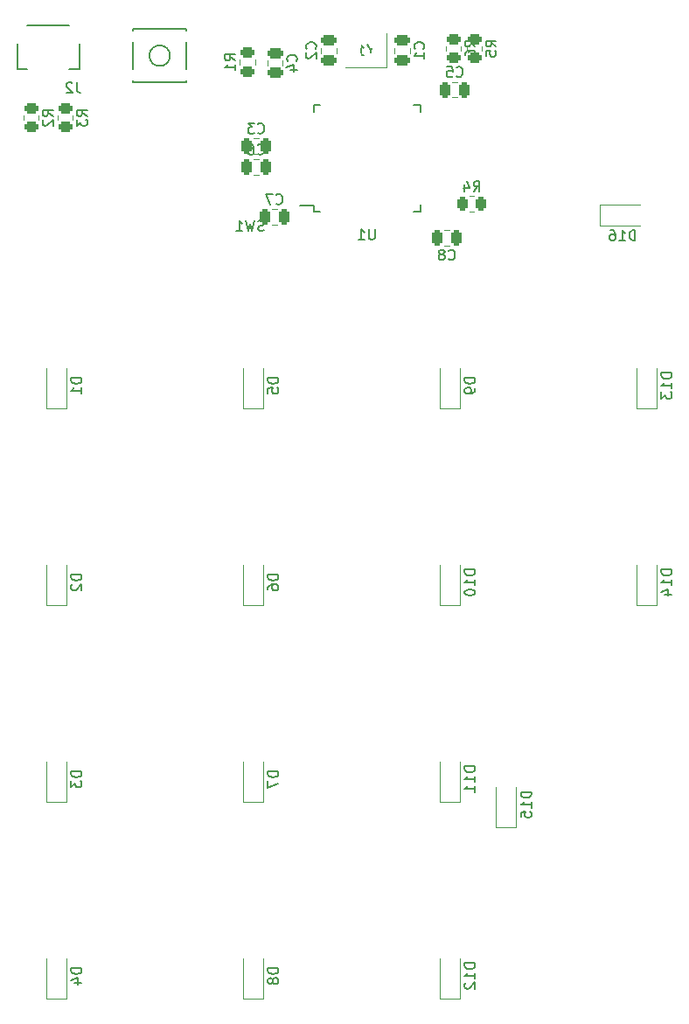
<source format=gbr>
%TF.GenerationSoftware,KiCad,Pcbnew,(6.0.10)*%
%TF.CreationDate,2023-09-03T22:57:24-04:00*%
%TF.ProjectId,NugMacro-Keypad,4e75674d-6163-4726-9f2d-4b6579706164,V3*%
%TF.SameCoordinates,Original*%
%TF.FileFunction,Legend,Bot*%
%TF.FilePolarity,Positive*%
%FSLAX46Y46*%
G04 Gerber Fmt 4.6, Leading zero omitted, Abs format (unit mm)*
G04 Created by KiCad (PCBNEW (6.0.10)) date 2023-09-03 22:57:24*
%MOMM*%
%LPD*%
G01*
G04 APERTURE LIST*
G04 Aperture macros list*
%AMRoundRect*
0 Rectangle with rounded corners*
0 $1 Rounding radius*
0 $2 $3 $4 $5 $6 $7 $8 $9 X,Y pos of 4 corners*
0 Add a 4 corners polygon primitive as box body*
4,1,4,$2,$3,$4,$5,$6,$7,$8,$9,$2,$3,0*
0 Add four circle primitives for the rounded corners*
1,1,$1+$1,$2,$3*
1,1,$1+$1,$4,$5*
1,1,$1+$1,$6,$7*
1,1,$1+$1,$8,$9*
0 Add four rect primitives between the rounded corners*
20,1,$1+$1,$2,$3,$4,$5,0*
20,1,$1+$1,$4,$5,$6,$7,0*
20,1,$1+$1,$6,$7,$8,$9,0*
20,1,$1+$1,$8,$9,$2,$3,0*%
G04 Aperture macros list end*
%ADD10C,0.150000*%
%ADD11C,0.120000*%
%ADD12C,1.750000*%
%ADD13C,3.987800*%
%ADD14C,2.250000*%
%ADD15R,2.000000X2.000000*%
%ADD16C,2.000000*%
%ADD17R,3.200000X2.000000*%
%ADD18C,3.048000*%
%ADD19R,1.700000X1.700000*%
%ADD20O,1.700000X1.700000*%
%ADD21RoundRect,0.250000X0.450000X-0.262500X0.450000X0.262500X-0.450000X0.262500X-0.450000X-0.262500X0*%
%ADD22R,1.200000X0.900000*%
%ADD23RoundRect,0.250000X0.475000X-0.250000X0.475000X0.250000X-0.475000X0.250000X-0.475000X-0.250000X0*%
%ADD24R,1.500000X0.550000*%
%ADD25R,0.550000X1.500000*%
%ADD26RoundRect,0.250000X0.262500X0.450000X-0.262500X0.450000X-0.262500X-0.450000X0.262500X-0.450000X0*%
%ADD27R,0.900000X1.200000*%
%ADD28R,1.200000X1.800000*%
%ADD29R,0.600000X1.550000*%
%ADD30RoundRect,0.250000X0.250000X0.475000X-0.250000X0.475000X-0.250000X-0.475000X0.250000X-0.475000X0*%
%ADD31RoundRect,0.250000X-0.450000X0.262500X-0.450000X-0.262500X0.450000X-0.262500X0.450000X0.262500X0*%
%ADD32R,1.800000X1.100000*%
%ADD33R,1.400000X1.200000*%
%ADD34RoundRect,0.250000X-0.475000X0.250000X-0.475000X-0.250000X0.475000X-0.250000X0.475000X0.250000X0*%
%ADD35RoundRect,0.250000X-0.250000X-0.475000X0.250000X-0.475000X0.250000X0.475000X-0.250000X0.475000X0*%
G04 APERTURE END LIST*
D10*
%TO.C,R3*%
X123890580Y-54559333D02*
X123414390Y-54226000D01*
X123890580Y-53987904D02*
X122890580Y-53987904D01*
X122890580Y-54368857D01*
X122938200Y-54464095D01*
X122985819Y-54511714D01*
X123081057Y-54559333D01*
X123223914Y-54559333D01*
X123319152Y-54511714D01*
X123366771Y-54464095D01*
X123414390Y-54368857D01*
X123414390Y-53987904D01*
X122890580Y-54892666D02*
X122890580Y-55511714D01*
X123271533Y-55178380D01*
X123271533Y-55321238D01*
X123319152Y-55416476D01*
X123366771Y-55464095D01*
X123462009Y-55511714D01*
X123700104Y-55511714D01*
X123795342Y-55464095D01*
X123842961Y-55416476D01*
X123890580Y-55321238D01*
X123890580Y-55035523D01*
X123842961Y-54940285D01*
X123795342Y-54892666D01*
%TO.C,D3*%
X123356745Y-118008404D02*
X122356745Y-118008404D01*
X122356745Y-118246500D01*
X122404365Y-118389357D01*
X122499603Y-118484595D01*
X122594841Y-118532214D01*
X122785317Y-118579833D01*
X122928174Y-118579833D01*
X123118650Y-118532214D01*
X123213888Y-118484595D01*
X123309126Y-118389357D01*
X123356745Y-118246500D01*
X123356745Y-118008404D01*
X122356745Y-118913166D02*
X122356745Y-119532214D01*
X122737698Y-119198880D01*
X122737698Y-119341738D01*
X122785317Y-119436976D01*
X122832936Y-119484595D01*
X122928174Y-119532214D01*
X123166269Y-119532214D01*
X123261507Y-119484595D01*
X123309126Y-119436976D01*
X123356745Y-119341738D01*
X123356745Y-119056023D01*
X123309126Y-118960785D01*
X123261507Y-118913166D01*
%TO.C,D4*%
X123356745Y-137058444D02*
X122356745Y-137058444D01*
X122356745Y-137296540D01*
X122404365Y-137439397D01*
X122499603Y-137534635D01*
X122594841Y-137582254D01*
X122785317Y-137629873D01*
X122928174Y-137629873D01*
X123118650Y-137582254D01*
X123213888Y-137534635D01*
X123309126Y-137439397D01*
X123356745Y-137296540D01*
X123356745Y-137058444D01*
X122690079Y-138487016D02*
X123356745Y-138487016D01*
X122309126Y-138248920D02*
X123023412Y-138010825D01*
X123023412Y-138629873D01*
%TO.C,C4*%
X144135542Y-49242803D02*
X144183161Y-49195184D01*
X144230780Y-49052327D01*
X144230780Y-48957089D01*
X144183161Y-48814231D01*
X144087923Y-48718993D01*
X143992685Y-48671374D01*
X143802209Y-48623755D01*
X143659352Y-48623755D01*
X143468876Y-48671374D01*
X143373638Y-48718993D01*
X143278400Y-48814231D01*
X143230780Y-48957089D01*
X143230780Y-49052327D01*
X143278400Y-49195184D01*
X143326019Y-49242803D01*
X143564114Y-50099946D02*
X144230780Y-50099946D01*
X143183161Y-49861850D02*
X143897447Y-49623755D01*
X143897447Y-50242803D01*
%TO.C,D8*%
X142406380Y-137058044D02*
X141406380Y-137058044D01*
X141406380Y-137296140D01*
X141454000Y-137438997D01*
X141549238Y-137534235D01*
X141644476Y-137581854D01*
X141834952Y-137629473D01*
X141977809Y-137629473D01*
X142168285Y-137581854D01*
X142263523Y-137534235D01*
X142358761Y-137438997D01*
X142406380Y-137296140D01*
X142406380Y-137058044D01*
X141834952Y-138200901D02*
X141787333Y-138105663D01*
X141739714Y-138058044D01*
X141644476Y-138010425D01*
X141596857Y-138010425D01*
X141501619Y-138058044D01*
X141454000Y-138105663D01*
X141406380Y-138200901D01*
X141406380Y-138391378D01*
X141454000Y-138486616D01*
X141501619Y-138534235D01*
X141596857Y-138581854D01*
X141644476Y-138581854D01*
X141739714Y-138534235D01*
X141787333Y-138486616D01*
X141834952Y-138391378D01*
X141834952Y-138200901D01*
X141882571Y-138105663D01*
X141930190Y-138058044D01*
X142025428Y-138010425D01*
X142215904Y-138010425D01*
X142311142Y-138058044D01*
X142358761Y-138105663D01*
X142406380Y-138200901D01*
X142406380Y-138391378D01*
X142358761Y-138486616D01*
X142311142Y-138534235D01*
X142215904Y-138581854D01*
X142025428Y-138581854D01*
X141930190Y-138534235D01*
X141882571Y-138486616D01*
X141834952Y-138391378D01*
%TO.C,U1*%
X151750304Y-65521850D02*
X151750304Y-66331374D01*
X151702685Y-66426612D01*
X151655066Y-66474231D01*
X151559828Y-66521850D01*
X151369352Y-66521850D01*
X151274114Y-66474231D01*
X151226495Y-66426612D01*
X151178876Y-66331374D01*
X151178876Y-65521850D01*
X150178876Y-66521850D02*
X150750304Y-66521850D01*
X150464590Y-66521850D02*
X150464590Y-65521850D01*
X150559828Y-65664708D01*
X150655066Y-65759946D01*
X150750304Y-65807565D01*
%TO.C,R4*%
X161315066Y-61866850D02*
X161648400Y-61390660D01*
X161886495Y-61866850D02*
X161886495Y-60866850D01*
X161505542Y-60866850D01*
X161410304Y-60914470D01*
X161362685Y-60962089D01*
X161315066Y-61057327D01*
X161315066Y-61200184D01*
X161362685Y-61295422D01*
X161410304Y-61343041D01*
X161505542Y-61390660D01*
X161886495Y-61390660D01*
X160457923Y-61200184D02*
X160457923Y-61866850D01*
X160696019Y-60819231D02*
X160934114Y-61533517D01*
X160315066Y-61533517D01*
%TO.C,R2*%
X120588580Y-54559333D02*
X120112390Y-54226000D01*
X120588580Y-53987904D02*
X119588580Y-53987904D01*
X119588580Y-54368857D01*
X119636200Y-54464095D01*
X119683819Y-54511714D01*
X119779057Y-54559333D01*
X119921914Y-54559333D01*
X120017152Y-54511714D01*
X120064771Y-54464095D01*
X120112390Y-54368857D01*
X120112390Y-53987904D01*
X119683819Y-54940285D02*
X119636200Y-54987904D01*
X119588580Y-55083142D01*
X119588580Y-55321238D01*
X119636200Y-55416476D01*
X119683819Y-55464095D01*
X119779057Y-55511714D01*
X119874295Y-55511714D01*
X120017152Y-55464095D01*
X120588580Y-54892666D01*
X120588580Y-55511714D01*
%TO.C,D15*%
X166902780Y-119989184D02*
X165902780Y-119989184D01*
X165902780Y-120227279D01*
X165950400Y-120370136D01*
X166045638Y-120465374D01*
X166140876Y-120512993D01*
X166331352Y-120560612D01*
X166474209Y-120560612D01*
X166664685Y-120512993D01*
X166759923Y-120465374D01*
X166855161Y-120370136D01*
X166902780Y-120227279D01*
X166902780Y-119989184D01*
X166902780Y-121512993D02*
X166902780Y-120941565D01*
X166902780Y-121227279D02*
X165902780Y-121227279D01*
X166045638Y-121132041D01*
X166140876Y-121036803D01*
X166188495Y-120941565D01*
X165902780Y-122417755D02*
X165902780Y-121941565D01*
X166378971Y-121893946D01*
X166331352Y-121941565D01*
X166283733Y-122036803D01*
X166283733Y-122274898D01*
X166331352Y-122370136D01*
X166378971Y-122417755D01*
X166474209Y-122465374D01*
X166712304Y-122465374D01*
X166807542Y-122417755D01*
X166855161Y-122370136D01*
X166902780Y-122274898D01*
X166902780Y-122036803D01*
X166855161Y-121941565D01*
X166807542Y-121893946D01*
%TO.C,D16*%
X176967685Y-66605850D02*
X176967685Y-65605850D01*
X176729590Y-65605850D01*
X176586733Y-65653470D01*
X176491495Y-65748708D01*
X176443876Y-65843946D01*
X176396257Y-66034422D01*
X176396257Y-66177279D01*
X176443876Y-66367755D01*
X176491495Y-66462993D01*
X176586733Y-66558231D01*
X176729590Y-66605850D01*
X176967685Y-66605850D01*
X175443876Y-66605850D02*
X176015304Y-66605850D01*
X175729590Y-66605850D02*
X175729590Y-65605850D01*
X175824828Y-65748708D01*
X175920066Y-65843946D01*
X176015304Y-65891565D01*
X174586733Y-65605850D02*
X174777209Y-65605850D01*
X174872447Y-65653470D01*
X174920066Y-65701089D01*
X175015304Y-65843946D01*
X175062923Y-66034422D01*
X175062923Y-66415374D01*
X175015304Y-66510612D01*
X174967685Y-66558231D01*
X174872447Y-66605850D01*
X174681971Y-66605850D01*
X174586733Y-66558231D01*
X174539114Y-66510612D01*
X174491495Y-66415374D01*
X174491495Y-66177279D01*
X174539114Y-66082041D01*
X174586733Y-66034422D01*
X174681971Y-65986803D01*
X174872447Y-65986803D01*
X174967685Y-66034422D01*
X175015304Y-66082041D01*
X175062923Y-66177279D01*
%TO.C,J2*%
X122868933Y-51280380D02*
X122868933Y-51994666D01*
X122916552Y-52137523D01*
X123011790Y-52232761D01*
X123154647Y-52280380D01*
X123249885Y-52280380D01*
X122440361Y-51375619D02*
X122392742Y-51328000D01*
X122297504Y-51280380D01*
X122059409Y-51280380D01*
X121964171Y-51328000D01*
X121916552Y-51375619D01*
X121868933Y-51470857D01*
X121868933Y-51566095D01*
X121916552Y-51708952D01*
X122487980Y-52280380D01*
X121868933Y-52280380D01*
%TO.C,C3*%
X140426066Y-56153612D02*
X140473685Y-56201231D01*
X140616542Y-56248850D01*
X140711780Y-56248850D01*
X140854638Y-56201231D01*
X140949876Y-56105993D01*
X140997495Y-56010755D01*
X141045114Y-55820279D01*
X141045114Y-55677422D01*
X140997495Y-55486946D01*
X140949876Y-55391708D01*
X140854638Y-55296470D01*
X140711780Y-55248850D01*
X140616542Y-55248850D01*
X140473685Y-55296470D01*
X140426066Y-55344089D01*
X140092733Y-55248850D02*
X139473685Y-55248850D01*
X139807019Y-55629803D01*
X139664161Y-55629803D01*
X139568923Y-55677422D01*
X139521304Y-55725041D01*
X139473685Y-55820279D01*
X139473685Y-56058374D01*
X139521304Y-56153612D01*
X139568923Y-56201231D01*
X139664161Y-56248850D01*
X139949876Y-56248850D01*
X140045114Y-56201231D01*
X140092733Y-56153612D01*
%TO.C,R6*%
X161472780Y-47839303D02*
X160996590Y-47505970D01*
X161472780Y-47267874D02*
X160472780Y-47267874D01*
X160472780Y-47648827D01*
X160520400Y-47744065D01*
X160568019Y-47791684D01*
X160663257Y-47839303D01*
X160806114Y-47839303D01*
X160901352Y-47791684D01*
X160948971Y-47744065D01*
X160996590Y-47648827D01*
X160996590Y-47267874D01*
X160472780Y-48696446D02*
X160472780Y-48505970D01*
X160520400Y-48410731D01*
X160568019Y-48363112D01*
X160710876Y-48267874D01*
X160901352Y-48220255D01*
X161282304Y-48220255D01*
X161377542Y-48267874D01*
X161425161Y-48315493D01*
X161472780Y-48410731D01*
X161472780Y-48601208D01*
X161425161Y-48696446D01*
X161377542Y-48744065D01*
X161282304Y-48791684D01*
X161044209Y-48791684D01*
X160948971Y-48744065D01*
X160901352Y-48696446D01*
X160853733Y-48601208D01*
X160853733Y-48410731D01*
X160901352Y-48315493D01*
X160948971Y-48267874D01*
X161044209Y-48220255D01*
%TO.C,D14*%
X180506815Y-98482114D02*
X179506815Y-98482114D01*
X179506815Y-98720209D01*
X179554435Y-98863066D01*
X179649673Y-98958304D01*
X179744911Y-99005923D01*
X179935387Y-99053542D01*
X180078244Y-99053542D01*
X180268720Y-99005923D01*
X180363958Y-98958304D01*
X180459196Y-98863066D01*
X180506815Y-98720209D01*
X180506815Y-98482114D01*
X180506815Y-100005923D02*
X180506815Y-99434495D01*
X180506815Y-99720209D02*
X179506815Y-99720209D01*
X179649673Y-99624971D01*
X179744911Y-99529733D01*
X179792530Y-99434495D01*
X179840149Y-100863066D02*
X180506815Y-100863066D01*
X179459196Y-100624971D02*
X180173482Y-100386876D01*
X180173482Y-101005923D01*
%TO.C,D10*%
X161456380Y-98481714D02*
X160456380Y-98481714D01*
X160456380Y-98719809D01*
X160504000Y-98862666D01*
X160599238Y-98957904D01*
X160694476Y-99005523D01*
X160884952Y-99053142D01*
X161027809Y-99053142D01*
X161218285Y-99005523D01*
X161313523Y-98957904D01*
X161408761Y-98862666D01*
X161456380Y-98719809D01*
X161456380Y-98481714D01*
X161456380Y-100005523D02*
X161456380Y-99434095D01*
X161456380Y-99719809D02*
X160456380Y-99719809D01*
X160599238Y-99624571D01*
X160694476Y-99529333D01*
X160742095Y-99434095D01*
X160456380Y-100624571D02*
X160456380Y-100719809D01*
X160504000Y-100815047D01*
X160551619Y-100862666D01*
X160646857Y-100910285D01*
X160837333Y-100957904D01*
X161075428Y-100957904D01*
X161265904Y-100910285D01*
X161361142Y-100862666D01*
X161408761Y-100815047D01*
X161456380Y-100719809D01*
X161456380Y-100624571D01*
X161408761Y-100529333D01*
X161361142Y-100481714D01*
X161265904Y-100434095D01*
X161075428Y-100386476D01*
X160837333Y-100386476D01*
X160646857Y-100434095D01*
X160551619Y-100481714D01*
X160504000Y-100529333D01*
X160456380Y-100624571D01*
%TO.C,R1*%
X138233780Y-49181803D02*
X137757590Y-48848470D01*
X138233780Y-48610374D02*
X137233780Y-48610374D01*
X137233780Y-48991327D01*
X137281400Y-49086565D01*
X137329019Y-49134184D01*
X137424257Y-49181803D01*
X137567114Y-49181803D01*
X137662352Y-49134184D01*
X137709971Y-49086565D01*
X137757590Y-48991327D01*
X137757590Y-48610374D01*
X138233780Y-50134184D02*
X138233780Y-49562755D01*
X138233780Y-49848470D02*
X137233780Y-49848470D01*
X137376638Y-49753231D01*
X137471876Y-49657993D01*
X137519495Y-49562755D01*
%TO.C,SW1*%
X141018733Y-65628231D02*
X140875876Y-65675850D01*
X140637780Y-65675850D01*
X140542542Y-65628231D01*
X140494923Y-65580612D01*
X140447304Y-65485374D01*
X140447304Y-65390136D01*
X140494923Y-65294898D01*
X140542542Y-65247279D01*
X140637780Y-65199660D01*
X140828257Y-65152041D01*
X140923495Y-65104422D01*
X140971114Y-65056803D01*
X141018733Y-64961565D01*
X141018733Y-64866327D01*
X140971114Y-64771089D01*
X140923495Y-64723470D01*
X140828257Y-64675850D01*
X140590161Y-64675850D01*
X140447304Y-64723470D01*
X140113971Y-64675850D02*
X139875876Y-65675850D01*
X139685400Y-64961565D01*
X139494923Y-65675850D01*
X139256828Y-64675850D01*
X138352066Y-65675850D02*
X138923495Y-65675850D01*
X138637780Y-65675850D02*
X138637780Y-64675850D01*
X138733019Y-64818708D01*
X138828257Y-64913946D01*
X138923495Y-64961565D01*
%TO.C,D6*%
X142406380Y-98957904D02*
X141406380Y-98957904D01*
X141406380Y-99196000D01*
X141454000Y-99338857D01*
X141549238Y-99434095D01*
X141644476Y-99481714D01*
X141834952Y-99529333D01*
X141977809Y-99529333D01*
X142168285Y-99481714D01*
X142263523Y-99434095D01*
X142358761Y-99338857D01*
X142406380Y-99196000D01*
X142406380Y-98957904D01*
X141406380Y-100386476D02*
X141406380Y-100196000D01*
X141454000Y-100100761D01*
X141501619Y-100053142D01*
X141644476Y-99957904D01*
X141834952Y-99910285D01*
X142215904Y-99910285D01*
X142311142Y-99957904D01*
X142358761Y-100005523D01*
X142406380Y-100100761D01*
X142406380Y-100291238D01*
X142358761Y-100386476D01*
X142311142Y-100434095D01*
X142215904Y-100481714D01*
X141977809Y-100481714D01*
X141882571Y-100434095D01*
X141834952Y-100386476D01*
X141787333Y-100291238D01*
X141787333Y-100100761D01*
X141834952Y-100005523D01*
X141882571Y-99957904D01*
X141977809Y-99910285D01*
%TO.C,C1*%
X156454542Y-48038803D02*
X156502161Y-47991184D01*
X156549780Y-47848327D01*
X156549780Y-47753089D01*
X156502161Y-47610231D01*
X156406923Y-47514993D01*
X156311685Y-47467374D01*
X156121209Y-47419755D01*
X155978352Y-47419755D01*
X155787876Y-47467374D01*
X155692638Y-47514993D01*
X155597400Y-47610231D01*
X155549780Y-47753089D01*
X155549780Y-47848327D01*
X155597400Y-47991184D01*
X155645019Y-48038803D01*
X156549780Y-48991184D02*
X156549780Y-48419755D01*
X156549780Y-48705470D02*
X155549780Y-48705470D01*
X155692638Y-48610231D01*
X155787876Y-48514993D01*
X155835495Y-48419755D01*
%TO.C,D12*%
X161456380Y-136581854D02*
X160456380Y-136581854D01*
X160456380Y-136819949D01*
X160504000Y-136962806D01*
X160599238Y-137058044D01*
X160694476Y-137105663D01*
X160884952Y-137153282D01*
X161027809Y-137153282D01*
X161218285Y-137105663D01*
X161313523Y-137058044D01*
X161408761Y-136962806D01*
X161456380Y-136819949D01*
X161456380Y-136581854D01*
X161456380Y-138105663D02*
X161456380Y-137534235D01*
X161456380Y-137819949D02*
X160456380Y-137819949D01*
X160599238Y-137724711D01*
X160694476Y-137629473D01*
X160742095Y-137534235D01*
X160551619Y-138486616D02*
X160504000Y-138534235D01*
X160456380Y-138629473D01*
X160456380Y-138867568D01*
X160504000Y-138962806D01*
X160551619Y-139010425D01*
X160646857Y-139058044D01*
X160742095Y-139058044D01*
X160884952Y-139010425D01*
X161456380Y-138438997D01*
X161456380Y-139058044D01*
%TO.C,Y1*%
X151337590Y-48181660D02*
X151337590Y-48657850D01*
X151670923Y-47657850D02*
X151337590Y-48181660D01*
X151004257Y-47657850D01*
X150147114Y-48657850D02*
X150718542Y-48657850D01*
X150432828Y-48657850D02*
X150432828Y-47657850D01*
X150528066Y-47800708D01*
X150623304Y-47895946D01*
X150718542Y-47943565D01*
%TO.C,C2*%
X145982542Y-48038803D02*
X146030161Y-47991184D01*
X146077780Y-47848327D01*
X146077780Y-47753089D01*
X146030161Y-47610231D01*
X145934923Y-47514993D01*
X145839685Y-47467374D01*
X145649209Y-47419755D01*
X145506352Y-47419755D01*
X145315876Y-47467374D01*
X145220638Y-47514993D01*
X145125400Y-47610231D01*
X145077780Y-47753089D01*
X145077780Y-47848327D01*
X145125400Y-47991184D01*
X145173019Y-48038803D01*
X145173019Y-48419755D02*
X145125400Y-48467374D01*
X145077780Y-48562612D01*
X145077780Y-48800708D01*
X145125400Y-48895946D01*
X145173019Y-48943565D01*
X145268257Y-48991184D01*
X145363495Y-48991184D01*
X145506352Y-48943565D01*
X146077780Y-48372136D01*
X146077780Y-48991184D01*
%TO.C,D9*%
X161456815Y-79908304D02*
X160456815Y-79908304D01*
X160456815Y-80146400D01*
X160504435Y-80289257D01*
X160599673Y-80384495D01*
X160694911Y-80432114D01*
X160885387Y-80479733D01*
X161028244Y-80479733D01*
X161218720Y-80432114D01*
X161313958Y-80384495D01*
X161409196Y-80289257D01*
X161456815Y-80146400D01*
X161456815Y-79908304D01*
X161456815Y-80955923D02*
X161456815Y-81146400D01*
X161409196Y-81241638D01*
X161361577Y-81289257D01*
X161218720Y-81384495D01*
X161028244Y-81432114D01*
X160647292Y-81432114D01*
X160552054Y-81384495D01*
X160504435Y-81336876D01*
X160456815Y-81241638D01*
X160456815Y-81051161D01*
X160504435Y-80955923D01*
X160552054Y-80908304D01*
X160647292Y-80860685D01*
X160885387Y-80860685D01*
X160980625Y-80908304D01*
X161028244Y-80955923D01*
X161075863Y-81051161D01*
X161075863Y-81241638D01*
X161028244Y-81336876D01*
X160980625Y-81384495D01*
X160885387Y-81432114D01*
%TO.C,D11*%
X161456380Y-117531814D02*
X160456380Y-117531814D01*
X160456380Y-117769909D01*
X160504000Y-117912766D01*
X160599238Y-118008004D01*
X160694476Y-118055623D01*
X160884952Y-118103242D01*
X161027809Y-118103242D01*
X161218285Y-118055623D01*
X161313523Y-118008004D01*
X161408761Y-117912766D01*
X161456380Y-117769909D01*
X161456380Y-117531814D01*
X161456380Y-119055623D02*
X161456380Y-118484195D01*
X161456380Y-118769909D02*
X160456380Y-118769909D01*
X160599238Y-118674671D01*
X160694476Y-118579433D01*
X160742095Y-118484195D01*
X161456380Y-120008004D02*
X161456380Y-119436576D01*
X161456380Y-119722290D02*
X160456380Y-119722290D01*
X160599238Y-119627052D01*
X160694476Y-119531814D01*
X160742095Y-119436576D01*
%TO.C,D5*%
X142406715Y-79908304D02*
X141406715Y-79908304D01*
X141406715Y-80146400D01*
X141454335Y-80289257D01*
X141549573Y-80384495D01*
X141644811Y-80432114D01*
X141835287Y-80479733D01*
X141978144Y-80479733D01*
X142168620Y-80432114D01*
X142263858Y-80384495D01*
X142359096Y-80289257D01*
X142406715Y-80146400D01*
X142406715Y-79908304D01*
X141406715Y-81384495D02*
X141406715Y-80908304D01*
X141882906Y-80860685D01*
X141835287Y-80908304D01*
X141787668Y-81003542D01*
X141787668Y-81241638D01*
X141835287Y-81336876D01*
X141882906Y-81384495D01*
X141978144Y-81432114D01*
X142216239Y-81432114D01*
X142311477Y-81384495D01*
X142359096Y-81336876D01*
X142406715Y-81241638D01*
X142406715Y-81003542D01*
X142359096Y-80908304D01*
X142311477Y-80860685D01*
%TO.C,D1*%
X123356745Y-79908304D02*
X122356745Y-79908304D01*
X122356745Y-80146400D01*
X122404365Y-80289257D01*
X122499603Y-80384495D01*
X122594841Y-80432114D01*
X122785317Y-80479733D01*
X122928174Y-80479733D01*
X123118650Y-80432114D01*
X123213888Y-80384495D01*
X123309126Y-80289257D01*
X123356745Y-80146400D01*
X123356745Y-79908304D01*
X123356745Y-81432114D02*
X123356745Y-80860685D01*
X123356745Y-81146400D02*
X122356745Y-81146400D01*
X122499603Y-81051161D01*
X122594841Y-80955923D01*
X122642460Y-80860685D01*
%TO.C,C6*%
X140426066Y-58185612D02*
X140473685Y-58233231D01*
X140616542Y-58280850D01*
X140711780Y-58280850D01*
X140854638Y-58233231D01*
X140949876Y-58137993D01*
X140997495Y-58042755D01*
X141045114Y-57852279D01*
X141045114Y-57709422D01*
X140997495Y-57518946D01*
X140949876Y-57423708D01*
X140854638Y-57328470D01*
X140711780Y-57280850D01*
X140616542Y-57280850D01*
X140473685Y-57328470D01*
X140426066Y-57376089D01*
X139568923Y-57280850D02*
X139759400Y-57280850D01*
X139854638Y-57328470D01*
X139902257Y-57376089D01*
X139997495Y-57518946D01*
X140045114Y-57709422D01*
X140045114Y-58090374D01*
X139997495Y-58185612D01*
X139949876Y-58233231D01*
X139854638Y-58280850D01*
X139664161Y-58280850D01*
X139568923Y-58233231D01*
X139521304Y-58185612D01*
X139473685Y-58090374D01*
X139473685Y-57852279D01*
X139521304Y-57757041D01*
X139568923Y-57709422D01*
X139664161Y-57661803D01*
X139854638Y-57661803D01*
X139949876Y-57709422D01*
X139997495Y-57757041D01*
X140045114Y-57852279D01*
%TO.C,C8*%
X158902066Y-68403612D02*
X158949685Y-68451231D01*
X159092542Y-68498850D01*
X159187780Y-68498850D01*
X159330638Y-68451231D01*
X159425876Y-68355993D01*
X159473495Y-68260755D01*
X159521114Y-68070279D01*
X159521114Y-67927422D01*
X159473495Y-67736946D01*
X159425876Y-67641708D01*
X159330638Y-67546470D01*
X159187780Y-67498850D01*
X159092542Y-67498850D01*
X158949685Y-67546470D01*
X158902066Y-67594089D01*
X158330638Y-67927422D02*
X158425876Y-67879803D01*
X158473495Y-67832184D01*
X158521114Y-67736946D01*
X158521114Y-67689327D01*
X158473495Y-67594089D01*
X158425876Y-67546470D01*
X158330638Y-67498850D01*
X158140161Y-67498850D01*
X158044923Y-67546470D01*
X157997304Y-67594089D01*
X157949685Y-67689327D01*
X157949685Y-67736946D01*
X157997304Y-67832184D01*
X158044923Y-67879803D01*
X158140161Y-67927422D01*
X158330638Y-67927422D01*
X158425876Y-67975041D01*
X158473495Y-68022660D01*
X158521114Y-68117898D01*
X158521114Y-68308374D01*
X158473495Y-68403612D01*
X158425876Y-68451231D01*
X158330638Y-68498850D01*
X158140161Y-68498850D01*
X158044923Y-68451231D01*
X157997304Y-68403612D01*
X157949685Y-68308374D01*
X157949685Y-68117898D01*
X157997304Y-68022660D01*
X158044923Y-67975041D01*
X158140161Y-67927422D01*
%TO.C,D2*%
X123356745Y-98958304D02*
X122356745Y-98958304D01*
X122356745Y-99196400D01*
X122404365Y-99339257D01*
X122499603Y-99434495D01*
X122594841Y-99482114D01*
X122785317Y-99529733D01*
X122928174Y-99529733D01*
X123118650Y-99482114D01*
X123213888Y-99434495D01*
X123309126Y-99339257D01*
X123356745Y-99196400D01*
X123356745Y-98958304D01*
X122451984Y-99910685D02*
X122404365Y-99958304D01*
X122356745Y-100053542D01*
X122356745Y-100291638D01*
X122404365Y-100386876D01*
X122451984Y-100434495D01*
X122547222Y-100482114D01*
X122642460Y-100482114D01*
X122785317Y-100434495D01*
X123356745Y-99863066D01*
X123356745Y-100482114D01*
%TO.C,D7*%
X142406715Y-118008404D02*
X141406715Y-118008404D01*
X141406715Y-118246500D01*
X141454335Y-118389357D01*
X141549573Y-118484595D01*
X141644811Y-118532214D01*
X141835287Y-118579833D01*
X141978144Y-118579833D01*
X142168620Y-118532214D01*
X142263858Y-118484595D01*
X142359096Y-118389357D01*
X142406715Y-118246500D01*
X142406715Y-118008404D01*
X141406715Y-118913166D02*
X141406715Y-119579833D01*
X142406715Y-119151261D01*
%TO.C,C7*%
X142204066Y-63011612D02*
X142251685Y-63059231D01*
X142394542Y-63106850D01*
X142489780Y-63106850D01*
X142632638Y-63059231D01*
X142727876Y-62963993D01*
X142775495Y-62868755D01*
X142823114Y-62678279D01*
X142823114Y-62535422D01*
X142775495Y-62344946D01*
X142727876Y-62249708D01*
X142632638Y-62154470D01*
X142489780Y-62106850D01*
X142394542Y-62106850D01*
X142251685Y-62154470D01*
X142204066Y-62202089D01*
X141870733Y-62106850D02*
X141204066Y-62106850D01*
X141632638Y-63106850D01*
%TO.C,R5*%
X163504780Y-47839303D02*
X163028590Y-47505970D01*
X163504780Y-47267874D02*
X162504780Y-47267874D01*
X162504780Y-47648827D01*
X162552400Y-47744065D01*
X162600019Y-47791684D01*
X162695257Y-47839303D01*
X162838114Y-47839303D01*
X162933352Y-47791684D01*
X162980971Y-47744065D01*
X163028590Y-47648827D01*
X163028590Y-47267874D01*
X162504780Y-48744065D02*
X162504780Y-48267874D01*
X162980971Y-48220255D01*
X162933352Y-48267874D01*
X162885733Y-48363112D01*
X162885733Y-48601208D01*
X162933352Y-48696446D01*
X162980971Y-48744065D01*
X163076209Y-48791684D01*
X163314304Y-48791684D01*
X163409542Y-48744065D01*
X163457161Y-48696446D01*
X163504780Y-48601208D01*
X163504780Y-48363112D01*
X163457161Y-48267874D01*
X163409542Y-48220255D01*
%TO.C,C5*%
X159664066Y-50692612D02*
X159711685Y-50740231D01*
X159854542Y-50787850D01*
X159949780Y-50787850D01*
X160092638Y-50740231D01*
X160187876Y-50644993D01*
X160235495Y-50549755D01*
X160283114Y-50359279D01*
X160283114Y-50216422D01*
X160235495Y-50025946D01*
X160187876Y-49930708D01*
X160092638Y-49835470D01*
X159949780Y-49787850D01*
X159854542Y-49787850D01*
X159711685Y-49835470D01*
X159664066Y-49883089D01*
X158759304Y-49787850D02*
X159235495Y-49787850D01*
X159283114Y-50264041D01*
X159235495Y-50216422D01*
X159140257Y-50168803D01*
X158902161Y-50168803D01*
X158806923Y-50216422D01*
X158759304Y-50264041D01*
X158711685Y-50359279D01*
X158711685Y-50597374D01*
X158759304Y-50692612D01*
X158806923Y-50740231D01*
X158902161Y-50787850D01*
X159140257Y-50787850D01*
X159235495Y-50740231D01*
X159283114Y-50692612D01*
%TO.C,D13*%
X180506380Y-79431714D02*
X179506380Y-79431714D01*
X179506380Y-79669809D01*
X179554000Y-79812666D01*
X179649238Y-79907904D01*
X179744476Y-79955523D01*
X179934952Y-80003142D01*
X180077809Y-80003142D01*
X180268285Y-79955523D01*
X180363523Y-79907904D01*
X180458761Y-79812666D01*
X180506380Y-79669809D01*
X180506380Y-79431714D01*
X180506380Y-80955523D02*
X180506380Y-80384095D01*
X180506380Y-80669809D02*
X179506380Y-80669809D01*
X179649238Y-80574571D01*
X179744476Y-80479333D01*
X179792095Y-80384095D01*
X179506380Y-81288857D02*
X179506380Y-81907904D01*
X179887333Y-81574571D01*
X179887333Y-81717428D01*
X179934952Y-81812666D01*
X179982571Y-81860285D01*
X180077809Y-81907904D01*
X180315904Y-81907904D01*
X180411142Y-81860285D01*
X180458761Y-81812666D01*
X180506380Y-81717428D01*
X180506380Y-81431714D01*
X180458761Y-81336476D01*
X180411142Y-81288857D01*
D11*
%TO.C,R3*%
X121053200Y-54953064D02*
X121053200Y-54498936D01*
X122523200Y-54953064D02*
X122523200Y-54498936D01*
%TO.C,D3*%
X121904365Y-120996500D02*
X121904365Y-117096500D01*
X119904365Y-120996500D02*
X119904365Y-117096500D01*
X121904365Y-120996500D02*
X119904365Y-120996500D01*
%TO.C,D4*%
X121904365Y-140046540D02*
X121904365Y-136146540D01*
X121904365Y-140046540D02*
X119904365Y-140046540D01*
X119904365Y-140046540D02*
X119904365Y-136146540D01*
%TO.C,C4*%
X141363400Y-49670722D02*
X141363400Y-49148218D01*
X142833400Y-49670722D02*
X142833400Y-49148218D01*
%TO.C,D8*%
X138954000Y-140046140D02*
X138954000Y-136146140D01*
X140954000Y-140046140D02*
X138954000Y-140046140D01*
X140954000Y-140046140D02*
X140954000Y-136146140D01*
D10*
%TO.C,U1*%
X156163400Y-53444470D02*
X156163400Y-54119470D01*
X145813400Y-53444470D02*
X146488400Y-53444470D01*
X145813400Y-53444470D02*
X145813400Y-54119470D01*
X145813400Y-63794470D02*
X145813400Y-63219470D01*
X145813400Y-63219470D02*
X144538400Y-63219470D01*
X156163400Y-63794470D02*
X155488400Y-63794470D01*
X145813400Y-63794470D02*
X146488400Y-63794470D01*
X156163400Y-53444470D02*
X155488400Y-53444470D01*
X156163400Y-63794470D02*
X156163400Y-63119470D01*
D11*
%TO.C,R4*%
X161375464Y-62329470D02*
X160921336Y-62329470D01*
X161375464Y-63799470D02*
X160921336Y-63799470D01*
%TO.C,R2*%
X119221200Y-54953064D02*
X119221200Y-54498936D01*
X117751200Y-54953064D02*
X117751200Y-54498936D01*
%TO.C,D15*%
X163450400Y-123453470D02*
X163450400Y-119553470D01*
X165450400Y-123453470D02*
X165450400Y-119553470D01*
X165450400Y-123453470D02*
X163450400Y-123453470D01*
%TO.C,D16*%
X173503400Y-65153470D02*
X177403400Y-65153470D01*
X173503400Y-63153470D02*
X177403400Y-63153470D01*
X173503400Y-65153470D02*
X173503400Y-63153470D01*
D10*
%TO.C,J2*%
X122122600Y-45782000D02*
X118122600Y-45782000D01*
X117122600Y-49982000D02*
X118122600Y-49982000D01*
X122122600Y-49982000D02*
X123122600Y-49982000D01*
X117122600Y-47582000D02*
X117122600Y-49982000D01*
X123122600Y-49982000D02*
X123122600Y-47582000D01*
D11*
%TO.C,C3*%
X140520652Y-58211470D02*
X139998148Y-58211470D01*
X140520652Y-56741470D02*
X139998148Y-56741470D01*
%TO.C,R6*%
X158635400Y-48233034D02*
X158635400Y-47778906D01*
X160105400Y-48233034D02*
X160105400Y-47778906D01*
%TO.C,D14*%
X177054435Y-101946400D02*
X177054435Y-98046400D01*
X179054435Y-101946400D02*
X177054435Y-101946400D01*
X179054435Y-101946400D02*
X179054435Y-98046400D01*
%TO.C,D10*%
X160004000Y-101946000D02*
X158004000Y-101946000D01*
X158004000Y-101946000D02*
X158004000Y-98046000D01*
X160004000Y-101946000D02*
X160004000Y-98046000D01*
%TO.C,R1*%
X138696400Y-49121406D02*
X138696400Y-49575534D01*
X140166400Y-49121406D02*
X140166400Y-49575534D01*
D10*
%TO.C,SW1*%
X133522400Y-46113470D02*
X128322400Y-46113470D01*
X128322400Y-46113470D02*
X128322400Y-51313470D01*
X128322400Y-51313470D02*
X133522400Y-51313470D01*
X133522400Y-51313470D02*
X133522400Y-46113470D01*
X131922400Y-48713470D02*
G75*
G03*
X131922400Y-48713470I-1000000J0D01*
G01*
D11*
%TO.C,D6*%
X140954000Y-101946000D02*
X138954000Y-101946000D01*
X140954000Y-101946000D02*
X140954000Y-98046000D01*
X138954000Y-101946000D02*
X138954000Y-98046000D01*
%TO.C,C1*%
X155152400Y-48466722D02*
X155152400Y-47944218D01*
X153682400Y-48466722D02*
X153682400Y-47944218D01*
%TO.C,D12*%
X160004000Y-140046140D02*
X158004000Y-140046140D01*
X160004000Y-140046140D02*
X160004000Y-136146140D01*
X158004000Y-140046140D02*
X158004000Y-136146140D01*
%TO.C,Y1*%
X152861400Y-46555470D02*
X152861400Y-49855470D01*
X152861400Y-49855470D02*
X148861400Y-49855470D01*
%TO.C,C2*%
X146570400Y-47944218D02*
X146570400Y-48466722D01*
X148040400Y-47944218D02*
X148040400Y-48466722D01*
%TO.C,D9*%
X158004435Y-82896400D02*
X158004435Y-78996400D01*
X160004435Y-82896400D02*
X158004435Y-82896400D01*
X160004435Y-82896400D02*
X160004435Y-78996400D01*
%TO.C,D11*%
X158004000Y-120996100D02*
X158004000Y-117096100D01*
X160004000Y-120996100D02*
X158004000Y-120996100D01*
X160004000Y-120996100D02*
X160004000Y-117096100D01*
%TO.C,D5*%
X138954335Y-82896400D02*
X138954335Y-78996400D01*
X140954335Y-82896400D02*
X140954335Y-78996400D01*
X140954335Y-82896400D02*
X138954335Y-82896400D01*
%TO.C,D1*%
X119904365Y-82896400D02*
X119904365Y-78996400D01*
X121904365Y-82896400D02*
X121904365Y-78996400D01*
X121904365Y-82896400D02*
X119904365Y-82896400D01*
%TO.C,C6*%
X140520652Y-60243470D02*
X139998148Y-60243470D01*
X140520652Y-58773470D02*
X139998148Y-58773470D01*
%TO.C,C8*%
X158474148Y-65631470D02*
X158996652Y-65631470D01*
X158474148Y-67101470D02*
X158996652Y-67101470D01*
%TO.C,D2*%
X119904365Y-101946400D02*
X119904365Y-98046400D01*
X121904365Y-101946400D02*
X119904365Y-101946400D01*
X121904365Y-101946400D02*
X121904365Y-98046400D01*
%TO.C,D7*%
X140954335Y-120996500D02*
X138954335Y-120996500D01*
X138954335Y-120996500D02*
X138954335Y-117096500D01*
X140954335Y-120996500D02*
X140954335Y-117096500D01*
%TO.C,C7*%
X142298652Y-63599470D02*
X141776148Y-63599470D01*
X142298652Y-65069470D02*
X141776148Y-65069470D01*
%TO.C,R5*%
X162137400Y-48233034D02*
X162137400Y-47778906D01*
X160667400Y-48233034D02*
X160667400Y-47778906D01*
%TO.C,C5*%
X159758652Y-51280470D02*
X159236148Y-51280470D01*
X159758652Y-52750470D02*
X159236148Y-52750470D01*
%TO.C,D13*%
X177054000Y-82896000D02*
X177054000Y-78996000D01*
X179054000Y-82896000D02*
X179054000Y-78996000D01*
X179054000Y-82896000D02*
X177054000Y-82896000D01*
%TD*%
%LPC*%
D12*
%TO.C,MX14*%
X165974435Y-92696400D03*
X176134435Y-92696400D03*
D13*
X171054435Y-92696400D03*
D14*
X167244435Y-90156400D03*
X173594435Y-87616400D03*
%TD*%
D12*
%TO.C,MX1*%
X118984365Y-73646400D03*
X108824365Y-73646400D03*
D13*
X113904365Y-73646400D03*
D14*
X110094365Y-71106400D03*
X116444365Y-68566400D03*
%TD*%
D12*
%TO.C,MX7*%
X138034335Y-111746500D03*
X127874335Y-111746500D03*
D13*
X132954335Y-111746500D03*
D14*
X129144335Y-109206500D03*
X135494335Y-106666500D03*
%TD*%
D12*
%TO.C,MX13*%
X176134435Y-73646400D03*
D13*
X171054435Y-73646400D03*
D12*
X165974435Y-73646400D03*
D14*
X167244435Y-71106400D03*
X173594435Y-68566400D03*
%TD*%
D13*
%TO.C,MX8*%
X132954335Y-130796540D03*
D12*
X127874335Y-130796540D03*
X138034335Y-130796540D03*
D14*
X129144335Y-128256540D03*
X135494335Y-125716540D03*
%TD*%
D12*
%TO.C,MX10*%
X146924435Y-92696400D03*
D13*
X152004435Y-92696400D03*
D12*
X157084435Y-92696400D03*
D14*
X148194435Y-90156400D03*
X154544435Y-87616400D03*
%TD*%
D13*
%TO.C,MX2*%
X113904365Y-92696400D03*
D12*
X118984365Y-92696400D03*
X108824365Y-92696400D03*
D14*
X110094365Y-90156400D03*
X116444365Y-87616400D03*
%TD*%
D12*
%TO.C,MX12*%
X157084435Y-130796540D03*
X146924435Y-130796540D03*
D13*
X152004435Y-130796540D03*
D14*
X148194435Y-128256540D03*
X154544435Y-125716540D03*
%TD*%
D12*
%TO.C,MX11*%
X146924435Y-111746500D03*
X157084435Y-111746500D03*
D13*
X152004435Y-111746500D03*
D14*
X148194435Y-109206500D03*
X154544435Y-106666500D03*
%TD*%
D15*
%TO.C,SW2*%
X162407400Y-52563470D03*
D16*
X162407400Y-57563470D03*
X162407400Y-55063470D03*
D17*
X169907400Y-49463470D03*
X169907400Y-60663470D03*
D16*
X176907400Y-57563470D03*
X176907400Y-52563470D03*
%TD*%
D13*
%TO.C,MX15*%
X162808250Y-109378750D03*
X171063250Y-121285000D03*
D18*
X178048250Y-109378750D03*
D13*
X162808250Y-133191250D03*
D12*
X171063250Y-126365000D03*
X171063250Y-116205000D03*
D18*
X178048250Y-133191250D03*
D14*
X173603250Y-117475000D03*
X176143250Y-123825000D03*
%TD*%
D12*
%TO.C,MX3*%
X108824365Y-111746500D03*
D13*
X113904365Y-111746500D03*
D12*
X118984365Y-111746500D03*
D14*
X110094365Y-109206500D03*
X116444365Y-106666500D03*
%TD*%
D13*
%TO.C,MX4*%
X113904365Y-130796540D03*
D12*
X108824365Y-130796540D03*
X118984365Y-130796540D03*
D14*
X110094365Y-128256540D03*
X116444365Y-125716540D03*
%TD*%
D19*
%TO.C,J3*%
X108204581Y-57575405D03*
D20*
X108204581Y-55035405D03*
X108204581Y-52495405D03*
X108204581Y-49955405D03*
%TD*%
D12*
%TO.C,MX6*%
X138034335Y-92696400D03*
D13*
X132954335Y-92696400D03*
D12*
X127874335Y-92696400D03*
D14*
X129144335Y-90156400D03*
X135494335Y-87616400D03*
%TD*%
D12*
%TO.C,MX5*%
X138034335Y-73646400D03*
X127874335Y-73646400D03*
D13*
X132954335Y-73646400D03*
D14*
X129144335Y-71106400D03*
X135494335Y-68566400D03*
%TD*%
D12*
%TO.C,MX9*%
X157084435Y-73646400D03*
D13*
X152004435Y-73646400D03*
D12*
X146924435Y-73646400D03*
D14*
X148194435Y-71106400D03*
X154544435Y-68566400D03*
%TD*%
D21*
%TO.C,R3*%
X121788200Y-55638500D03*
X121788200Y-53813500D03*
%TD*%
D22*
%TO.C,D3*%
X120904365Y-120396500D03*
X120904365Y-117096500D03*
%TD*%
%TO.C,D4*%
X120904365Y-139446540D03*
X120904365Y-136146540D03*
%TD*%
D23*
%TO.C,C4*%
X142098400Y-50359470D03*
X142098400Y-48459470D03*
%TD*%
D22*
%TO.C,D8*%
X139954000Y-139446140D03*
X139954000Y-136146140D03*
%TD*%
D24*
%TO.C,U1*%
X145288400Y-62619470D03*
X145288400Y-61819470D03*
X145288400Y-61019470D03*
X145288400Y-60219470D03*
X145288400Y-59419470D03*
X145288400Y-58619470D03*
X145288400Y-57819470D03*
X145288400Y-57019470D03*
X145288400Y-56219470D03*
X145288400Y-55419470D03*
X145288400Y-54619470D03*
D25*
X146988400Y-52919470D03*
X147788400Y-52919470D03*
X148588400Y-52919470D03*
X149388400Y-52919470D03*
X150188400Y-52919470D03*
X150988400Y-52919470D03*
X151788400Y-52919470D03*
X152588400Y-52919470D03*
X153388400Y-52919470D03*
X154188400Y-52919470D03*
X154988400Y-52919470D03*
D24*
X156688400Y-54619470D03*
X156688400Y-55419470D03*
X156688400Y-56219470D03*
X156688400Y-57019470D03*
X156688400Y-57819470D03*
X156688400Y-58619470D03*
X156688400Y-59419470D03*
X156688400Y-60219470D03*
X156688400Y-61019470D03*
X156688400Y-61819470D03*
X156688400Y-62619470D03*
D25*
X154988400Y-64319470D03*
X154188400Y-64319470D03*
X153388400Y-64319470D03*
X152588400Y-64319470D03*
X151788400Y-64319470D03*
X150988400Y-64319470D03*
X150188400Y-64319470D03*
X149388400Y-64319470D03*
X148588400Y-64319470D03*
X147788400Y-64319470D03*
X146988400Y-64319470D03*
%TD*%
D26*
%TO.C,R4*%
X162060900Y-63064470D03*
X160235900Y-63064470D03*
%TD*%
D21*
%TO.C,R2*%
X118486200Y-55638500D03*
X118486200Y-53813500D03*
%TD*%
D22*
%TO.C,D15*%
X164450400Y-122853470D03*
X164450400Y-119553470D03*
%TD*%
D27*
%TO.C,D16*%
X174103400Y-64153470D03*
X177403400Y-64153470D03*
%TD*%
D28*
%TO.C,J2*%
X117322600Y-46482000D03*
X122922600Y-46482000D03*
D29*
X118622600Y-50357000D03*
X119622600Y-50357000D03*
X120622600Y-50357000D03*
X121622600Y-50357000D03*
%TD*%
D30*
%TO.C,C3*%
X141209400Y-57476470D03*
X139309400Y-57476470D03*
%TD*%
D21*
%TO.C,R6*%
X159370400Y-48918470D03*
X159370400Y-47093470D03*
%TD*%
D22*
%TO.C,D14*%
X178054435Y-101346400D03*
X178054435Y-98046400D03*
%TD*%
%TO.C,D10*%
X159004000Y-101346000D03*
X159004000Y-98046000D03*
%TD*%
D31*
%TO.C,R1*%
X139431400Y-48435970D03*
X139431400Y-50260970D03*
%TD*%
D32*
%TO.C,SW1*%
X127822400Y-50563470D03*
X134022400Y-46863470D03*
X127822400Y-46863470D03*
X134022400Y-50563470D03*
%TD*%
D22*
%TO.C,D6*%
X139954000Y-101346000D03*
X139954000Y-98046000D03*
%TD*%
D23*
%TO.C,C1*%
X154417400Y-49155470D03*
X154417400Y-47255470D03*
%TD*%
D22*
%TO.C,D12*%
X159004000Y-139446140D03*
X159004000Y-136146140D03*
%TD*%
D33*
%TO.C,Y1*%
X151961400Y-49055470D03*
X149761400Y-49055470D03*
X149761400Y-47355470D03*
X151961400Y-47355470D03*
%TD*%
D34*
%TO.C,C2*%
X147305400Y-47255470D03*
X147305400Y-49155470D03*
%TD*%
D22*
%TO.C,D9*%
X159004435Y-82296400D03*
X159004435Y-78996400D03*
%TD*%
%TO.C,D11*%
X159004000Y-120396100D03*
X159004000Y-117096100D03*
%TD*%
%TO.C,D5*%
X139954335Y-82296400D03*
X139954335Y-78996400D03*
%TD*%
%TO.C,D1*%
X120904365Y-82296400D03*
X120904365Y-78996400D03*
%TD*%
D30*
%TO.C,C6*%
X141209400Y-59508470D03*
X139309400Y-59508470D03*
%TD*%
D35*
%TO.C,C8*%
X157785400Y-66366470D03*
X159685400Y-66366470D03*
%TD*%
D22*
%TO.C,D2*%
X120904365Y-101346400D03*
X120904365Y-98046400D03*
%TD*%
%TO.C,D7*%
X139954335Y-120396500D03*
X139954335Y-117096500D03*
%TD*%
D30*
%TO.C,C7*%
X142987400Y-64334470D03*
X141087400Y-64334470D03*
%TD*%
D21*
%TO.C,R5*%
X161402400Y-48918470D03*
X161402400Y-47093470D03*
%TD*%
D30*
%TO.C,C5*%
X160447400Y-52015470D03*
X158547400Y-52015470D03*
%TD*%
D22*
%TO.C,D13*%
X178054000Y-82296000D03*
X178054000Y-78996000D03*
%TD*%
M02*

</source>
